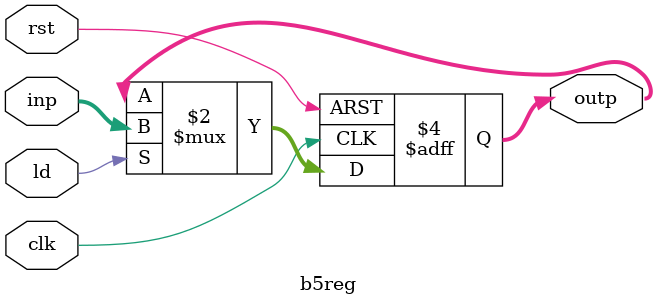
<source format=sv>
`timescale 1ns/1ns
module b5reg(input [4:0] inp, input ld , clk, rst, output reg [4:0] outp);
  always@(posedge clk, posedge rst) begin
    if(rst)
      outp <= 5'b00000;
    else
      if(ld)
        outp <= inp;
  end
endmodule



</source>
